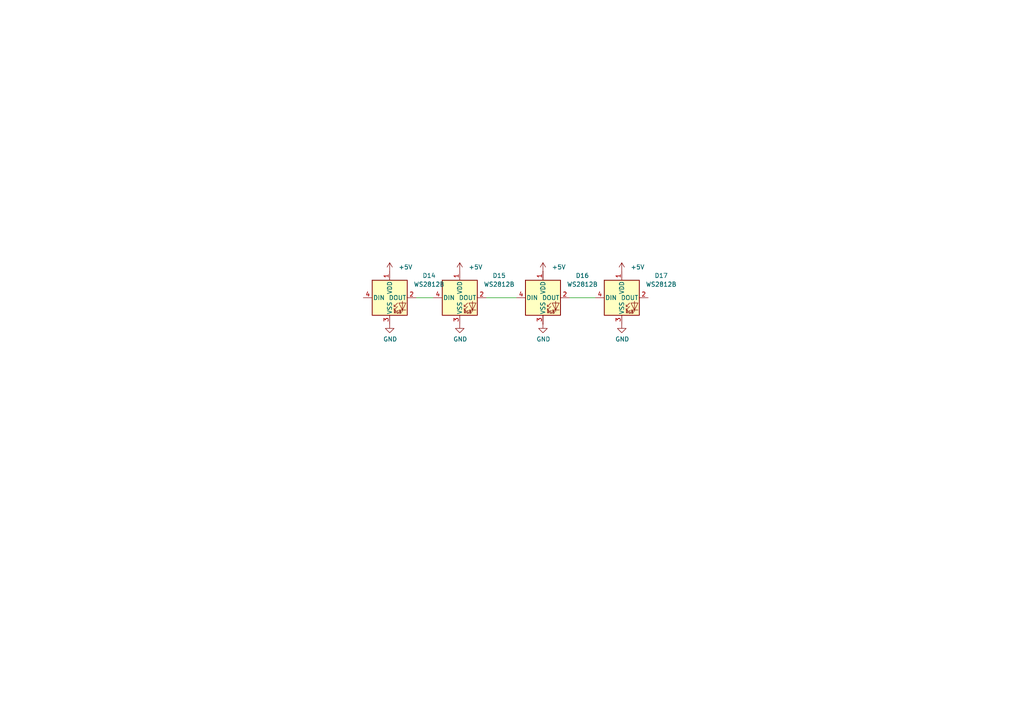
<source format=kicad_sch>
(kicad_sch (version 20250114) (generator "eeschema") (generator_version "9.0")
  (paper "A4")
  (lib_symbols
    (symbol "LED:WS2812B" (pin_names (offset 0.254))
      (property "Reference" "D" (at 5.08 5.715 0))
      (property "Value" "WS2812B" (at 1.27 -5.715 0))
      (symbol "WS2812B_0_0"
        (text "RGB" (at 2.286 -4.191 0) (effects (font (size 0.762 0.762))))
      )
      (symbol "WS2812B_0_1"
        (polyline (pts (xy 1.27 -2.54) (xy 1.778 -2.54)))
        (polyline (pts (xy 1.27 -3.556) (xy 1.778 -3.556)))
        (polyline (pts (xy 2.286 -1.524) (xy 1.27 -2.54) (xy 1.27 -2.032)))
        (polyline (pts (xy 2.286 -2.54) (xy 1.27 -3.556) (xy 1.27 -3.048)))
        (polyline (pts (xy 3.683 -1.016) (xy 3.683 -3.556) (xy 3.683 -4.064)))
        (polyline (pts (xy 4.699 -1.524) (xy 2.667 -1.524) (xy 3.683 -3.556) (xy 4.699 -1.524)))
        (polyline (pts (xy 4.699 -3.556) (xy 2.667 -3.556)))
        (rectangle (start 5.08 5.08) (end -5.08 -5.08) (stroke (width 0.254)) (fill (type background)))
      )
      (symbol "WS2812B_1_1"
        (pin input line (at -7.62 0 0) (length 2.54) (name "DIN") (number "4"))
        (pin power_in line (at 0 7.62 270) (length 2.54) (name "VDD") (number "1"))
        (pin power_in line (at 0 -7.62 90) (length 2.54) (name "VSS") (number "3"))
        (pin output line (at 7.62 0 180) (length 2.54) (name "DOUT") (number "2"))
      )
    )
    (symbol "power:+5V" (power) (pin_numbers (hide yes)) (pin_names (offset 0) (hide yes))
      (property "Value" "+5V" (at 0 3.556 0))
      (symbol "+5V_0_1"
        (polyline (pts (xy -0.762 1.27) (xy 0 2.54)))
        (polyline (pts (xy 0 2.54) (xy 0.762 1.27)))
        (polyline (pts (xy 0 0) (xy 0 2.54)))
      )
      (symbol "+5V_1_1"
        (pin power_in line (at 0 0 90) (length 0) (name "~") (number "1"))
      )
    )
    (symbol "power:GND" (power) (pin_numbers (hide yes)) (pin_names (offset 0) (hide yes))
      (property "Value" "GND" (at 0 -3.81 0))
      (symbol "GND_0_1"
        (polyline (pts (xy 0 0) (xy 0 -1.27) (xy 1.27 -1.27) (xy 0 -2.54) (xy -1.27 -1.27) (xy 0 -1.27)))
      )
      (symbol "GND_1_1"
        (pin power_in line (at 0 0 270) (length 0) (name "~") (number "1"))
      )
    )
  )
  (wire (pts (xy 120.65 86.36) (xy 125.73 86.36)))
  (wire (pts (xy 140.97 86.36) (xy 149.86 86.36)))
  (wire (pts (xy 165.1 86.36) (xy 172.72 86.36)))
  (symbol (lib_id "power:GND") (at 133.35 93.98 0) (unit 1)
    (property "Reference" "#PWR068" (effects (hide yes)))
    (property "Value" "GND" (at 133.477 98.3742 0))
  )
  (symbol (lib_id "power:+5V") (at 113.03 78.74 0) (unit 1)
    (property "Reference" "#PWR065" (effects (hide yes)))
    (property "Value" "+5V" (at 115.57 77.4699 0) (effects (justify left)))
    (property "Description" "Power symbol creates a global label with name \"+5V\"" (effects (hide yes)))
  )
  (symbol (lib_id "power:+5V") (at 180.34 78.74 0) (unit 1)
    (property "Reference" "#PWR071" (effects (hide yes)))
    (property "Value" "+5V" (at 182.88 77.4699 0) (effects (justify left)))
    (property "Description" "Power symbol creates a global label with name \"+5V\"" (effects (hide yes)))
  )
  (symbol (lib_id "LED:WS2812B") (at 180.34 86.36 0) (unit 1)
    (property "Reference" "D17" (at 191.77 79.9398 0))
    (property "Value" "WS2812B" (at 191.77 82.4798 0))
    (property "Footprint" "LED_SMD:LED_WS2812B_PLCC4_5.0x5.0mm_P3.2mm" (effects (hide yes)))
    (property "Datasheet" "https://cdn-shop.adafruit.com/datasheets/WS2812B.pdf" (effects (hide yes)))
    (property "Description" "RGB LED with integrated controller" (effects (hide yes)))
  )
  (symbol (lib_id "power:+5V") (at 157.48 78.74 0) (unit 1)
    (property "Reference" "#PWR069" (effects (hide yes)))
    (property "Value" "+5V" (at 160.02 77.4699 0) (effects (justify left)))
    (property "Description" "Power symbol creates a global label with name \"+5V\"" (effects (hide yes)))
  )
  (symbol (lib_id "power:+5V") (at 133.35 78.74 0) (unit 1)
    (property "Reference" "#PWR067" (effects (hide yes)))
    (property "Value" "+5V" (at 135.89 77.4699 0) (effects (justify left)))
    (property "Description" "Power symbol creates a global label with name \"+5V\"" (effects (hide yes)))
  )
  (symbol (lib_id "power:GND") (at 113.03 93.98 0) (unit 1)
    (property "Reference" "#PWR066" (effects (hide yes)))
    (property "Value" "GND" (at 113.157 98.3742 0))
  )
  (symbol (lib_id "power:GND") (at 180.34 93.98 0) (unit 1)
    (property "Reference" "#PWR072" (effects (hide yes)))
    (property "Value" "GND" (at 180.467 98.3742 0))
  )
  (symbol (lib_id "LED:WS2812B") (at 113.03 86.36 0) (unit 1)
    (property "Reference" "D14" (at 124.46 79.9398 0))
    (property "Value" "WS2812B" (at 124.46 82.4798 0))
    (property "Footprint" "LED_SMD:LED_WS2812B_PLCC4_5.0x5.0mm_P3.2mm" (effects (hide yes)))
    (property "Datasheet" "https://cdn-shop.adafruit.com/datasheets/WS2812B.pdf" (effects (hide yes)))
    (property "Description" "RGB LED with integrated controller" (effects (hide yes)))
  )
  (symbol (lib_id "power:GND") (at 157.48 93.98 0) (unit 1)
    (property "Reference" "#PWR070" (effects (hide yes)))
    (property "Value" "GND" (at 157.607 98.3742 0))
  )
  (symbol (lib_id "LED:WS2812B") (at 133.35 86.36 0) (unit 1)
    (property "Reference" "D15" (at 144.78 79.9398 0))
    (property "Value" "WS2812B" (at 144.78 82.4798 0))
    (property "Footprint" "LED_SMD:LED_WS2812B_PLCC4_5.0x5.0mm_P3.2mm" (effects (hide yes)))
    (property "Datasheet" "https://cdn-shop.adafruit.com/datasheets/WS2812B.pdf" (effects (hide yes)))
    (property "Description" "RGB LED with integrated controller" (effects (hide yes)))
  )
  (symbol (lib_id "LED:WS2812B") (at 157.48 86.36 0) (unit 1)
    (property "Reference" "D16" (at 168.91 79.9398 0))
    (property "Value" "WS2812B" (at 168.91 82.4798 0))
    (property "Footprint" "LED_SMD:LED_WS2812B_PLCC4_5.0x5.0mm_P3.2mm" (effects (hide yes)))
    (property "Datasheet" "https://cdn-shop.adafruit.com/datasheets/WS2812B.pdf" (effects (hide yes)))
    (property "Description" "RGB LED with integrated controller" (effects (hide yes)))
  )
)
</source>
